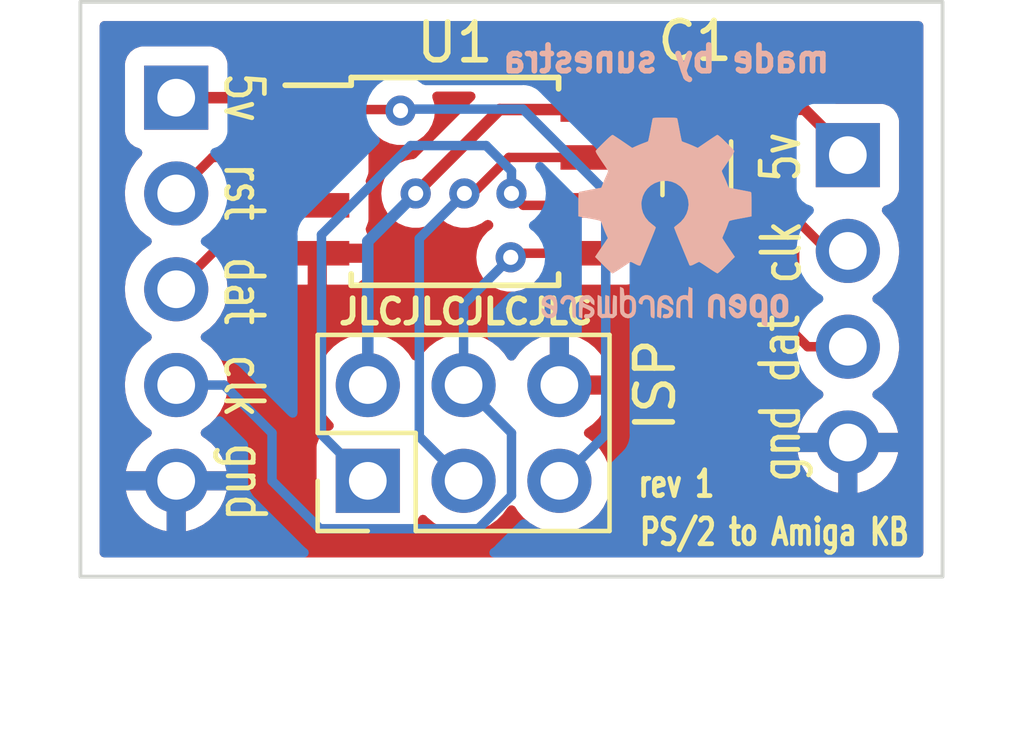
<source format=kicad_pcb>
(kicad_pcb (version 20211014) (generator pcbnew)
  (layers (0 "F.Cu" signal) (31 "B.Cu" signal) (34 "B.Paste" user) (35 "F.Paste" user) (36 "B.SilkS" user "B.Silkscreen") (37 "F.SilkS" user "F.Silkscreen") (38 "B.Mask" user) (39 "F.Mask" user) (44 "Edge.Cuts" user))
  (net 0 "")
  (net 1 "+5V")
  (net 2 "GND")
  (net 3 "AMIGA_CLK")
  (net 4 "AMIGA_DAT")
  (net 5 "AMIGA_RST")
  (net 6 "PS2_CLK")
  (net 7 "PS2_DAT")
  (net 8 "/ISP_RST")
  (footprint "Connector_PinHeader_2.54mm:PinHeader_2x03_P2.54mm_Vertical" (layer "F.Cu") (at 137.16 86.36 90)
    (fp_text reference "J3" hide)
    (fp_text value "Conn_02x03_Odd_Even")
    (fp_line (start -1.33 -1.33) (end 0 -1.33) (layer "F.SilkS") (width 0.12))
    (fp_line (start 3.87 -1.33) (end 3.87 6.41) (layer "F.SilkS") (width 0.12))
    (fp_line (start -1.33 1.27) (end 1.27 1.27) (layer "F.SilkS") (width 0.12))
    (fp_line (start -1.33 0) (end -1.33 -1.33) (layer "F.SilkS") (width 0.12))
    (fp_line (start -1.33 1.27) (end -1.33 6.41) (layer "F.SilkS") (width 0.12))
    (fp_line (start 1.27 -1.33) (end 3.87 -1.33) (layer "F.SilkS") (width 0.12))
    (fp_line (start 1.27 1.27) (end 1.27 -1.33) (layer "F.SilkS") (width 0.12))
    (fp_line (start -1.33 6.41) (end 3.87 6.41) (layer "F.SilkS") (width 0.12))
    (pad "1" thru_hole rect (at 0 0 90) (size 1.7 1.7) (drill 1) (layers *.Cu *.Mask) (net 7 "PS2_DAT"))
    (pad "2" thru_hole oval (at 2.54 0 90) (size 1.7 1.7) (drill 1) (layers *.Cu *.Mask) (net 1 "+5V"))
    (pad "3" thru_hole oval (at 0 2.54 90) (size 1.7 1.7) (drill 1) (layers *.Cu *.Mask) (net 6 "PS2_CLK"))
    (pad "4" thru_hole oval (at 2.54 2.54 90) (size 1.7 1.7) (drill 1) (layers *.Cu *.Mask) (net 3 "AMIGA_CLK"))
    (pad "5" thru_hole oval (at 0 5.08 90) (size 1.7 1.7) (drill 1) (layers *.Cu *.Mask) (net 8 "/ISP_RST"))
    (pad "6" thru_hole oval (at 2.54 5.08 90) (size 1.7 1.7) (drill 1) (layers *.Cu *.Mask) (net 2 "GND"))
  )
  (footprint "Connector_PinHeader_2.54mm:PinHeader_1x04_P2.54mm_Vertical" (layer "F.Cu") (at 149.889023 77.723293)
    (fp_text reference "J2" hide)
    (fp_text value "Conn_01x04")
    (pad "1" thru_hole rect (at 0 0) (size 1.7 1.7) (drill 1) (layers *.Cu *.Mask) (net 1 "+5V"))
    (pad "2" thru_hole oval (at 0 2.54) (size 1.7 1.7) (drill 1) (layers *.Cu *.Mask) (net 6 "PS2_CLK"))
    (pad "3" thru_hole oval (at 0 5.08) (size 1.7 1.7) (drill 1) (layers *.Cu *.Mask) (net 7 "PS2_DAT"))
    (pad "4" thru_hole oval (at 0 7.62) (size 1.7 1.7) (drill 1) (layers *.Cu *.Mask) (net 2 "GND"))
  )
  (footprint "Capacitor_SMD:C_1206_3216Metric_Pad1.33x1.80mm_HandSolder" (layer "F.Cu") (at 145.883777 78.071575 -90)
    (fp_text reference "C1" (at -3.37265 0.044411 180) (layer "F.SilkS"))
    (fp_text value "100nF")
    (fp_line (start -0.711252 0.91) (end 0.711252 0.91) (layer "F.SilkS") (width 0.12))
    (fp_line (start -0.711252 -0.91) (end 0.711252 -0.91) (layer "F.SilkS") (width 0.12))
    (pad "1" smd roundrect (at -1.5625 0 270) (size 1.325 1.8) (layers "F.Cu" "F.Paste" "F.Mask") (roundrect_rratio 0.1886792453) (net 1 "+5V"))
    (pad "2" smd roundrect (at 1.5625 0 270) (size 1.325 1.8) (layers "F.Cu" "F.Paste" "F.Mask") (roundrect_rratio 0.1886792453) (net 2 "GND"))
  )
  (footprint "Connector_PinHeader_2.54mm:PinHeader_1x05_P2.54mm_Vertical" (layer "F.Cu") (at 132.08 76.2)
    (fp_text reference "J1" hide)
    (fp_text value "Conn_01x05")
    (pad "1" thru_hole rect (at 0 0) (size 1.7 1.7) (drill 1) (layers *.Cu *.Mask) (net 1 "+5V"))
    (pad "2" thru_hole oval (at 0 2.54) (size 1.7 1.7) (drill 1) (layers *.Cu *.Mask) (net 5 "AMIGA_RST"))
    (pad "3" thru_hole oval (at 0 5.08) (size 1.7 1.7) (drill 1) (layers *.Cu *.Mask) (net 4 "AMIGA_DAT"))
    (pad "4" thru_hole oval (at 0 7.62) (size 1.7 1.7) (drill 1) (layers *.Cu *.Mask) (net 3 "AMIGA_CLK"))
    (pad "5" thru_hole oval (at 0 10.16) (size 1.7 1.7) (drill 1) (layers *.Cu *.Mask) (net 2 "GND"))
  )
  (footprint "Package_SO:SOIC-8W_5.3x5.3mm_P1.27mm" (layer "F.Cu") (at 139.469578 78.419857)
    (fp_text reference "U1" (at 0 -3.68) (layer "F.SilkS"))
    (fp_text value "ATtiny85-20S")
    (fp_line (start -2.75 -2.755) (end 2.75 -2.755) (layer "F.SilkS") (width 0.15))
    (fp_line (start -2.75 2.755) (end 2.75 2.755) (layer "F.SilkS") (width 0.15))
    (fp_line (start -2.75 -2.55) (end -4.5 -2.55) (layer "F.SilkS") (width 0.15))
    (fp_line (start 2.75 2.755) (end 2.75 2.455) (layer "F.SilkS") (width 0.15))
    (fp_line (start -2.75 2.755) (end -2.75 2.455) (layer "F.SilkS") (width 0.15))
    (fp_line (start 2.75 -2.755) (end 2.75 -2.455) (layer "F.SilkS") (width 0.15))
    (fp_line (start -2.75 -2.755) (end -2.75 -2.55) (layer "F.SilkS") (width 0.15))
    (pad "1" smd rect (at -3.65 -1.905) (size 1.7 0.65) (layers "F.Cu" "F.Paste" "F.Mask") (net 8 "/ISP_RST"))
    (pad "2" smd rect (at -3.65 -0.635) (size 1.7 0.65) (layers "F.Cu" "F.Paste" "F.Mask") (net 5 "AMIGA_RST"))
    (pad "3" smd rect (at -3.65 0.635) (size 1.7 0.65) (layers "F.Cu" "F.Paste" "F.Mask") (net 4 "AMIGA_DAT"))
    (pad "4" smd rect (at -3.65 1.905) (size 1.7 0.65) (layers "F.Cu" "F.Paste" "F.Mask") (net 2 "GND"))
    (pad "5" smd rect (at 3.65 1.905) (size 1.7 0.65) (layers "F.Cu" "F.Paste" "F.Mask") (net 3 "AMIGA_CLK"))
    (pad "6" smd rect (at 3.65 0.635) (size 1.7 0.65) (layers "F.Cu" "F.Paste" "F.Mask") (net 7 "PS2_DAT"))
    (pad "7" smd rect (at 3.65 -0.635) (size 1.7 0.65) (layers "F.Cu" "F.Paste" "F.Mask") (net 6 "PS2_CLK"))
    (pad "8" smd rect (at 3.65 -1.905) (size 1.7 0.65) (layers "F.Cu" "F.Paste" "F.Mask") (net 1 "+5V"))
  )
  (footprint "Symbol:OSHW-Logo2_7.3x6mm_SilkScreen" (layer "B.Cu") (at 145.039911 79.491676 180)
    (fp_text reference "REF**" hide)
    (fp_text value "OSHW-Logo2_7.3x6mm_SilkScreen" hide)
    (fp_poly (pts (xy -1.831697 -1.931239) (xy -1.774473 -1.969735) (xy -1.730251 -2.025335) (xy -1.703833 -2.096086) (xy -1.69849 -2.148162) (xy -1.699097 -2.169893) (xy -1.704178 -2.186531) (xy -1.718145 -2.201437) (xy -1.745411 -2.217973) (xy -1.790388 -2.239498) (xy -1.857489 -2.269374) (xy -1.857829 -2.269524) (xy -1.919593 -2.297813) (xy -1.970241 -2.322933) (xy -2.004596 -2.342179) (xy -2.017482 -2.352848) (xy -2.017486 -2.352934) (xy -2.006128 -2.376166) (xy -1.979569 -2.401774) (xy -1.949077 -2.420221) (xy -1.93363 -2.423886) (xy -1.891485 -2.411212) (xy -1.855192 -2.379471) (xy -1.837483 -2.344572) (xy -1.820448 -2.318845) (xy -1.787078 -2.289546) (xy -1.747851 -2.264235) (xy -1.713244 -2.250471) (xy -1.706007 -2.249714) (xy -1.697861 -2.26216) (xy -1.69737 -2.293972) (xy -1.703357 -2.336866) (xy -1.714643 -2.382558) (xy -1.73005 -2.422761) (xy -1.730829 -2.424322) (xy -1.777196 -2.489062) (xy -1.837289 -2.533097) (xy -1.905535 -2.554711) (xy -1.976362 -2.552185) (xy -2.044196 -2.523804) (xy -2.047212 -2.521808) (xy -2.100573 -2.473448) (xy -2.13566 -2.410352) (xy -2.155078 -2.327387) (xy -2.157684 -2.304078) (xy -2.162299 -2.194055) (xy -2.156767 -2.142748) (xy -2.017486 -2.142748) (xy -2.015676 -2.174753) (xy -2.005778 -2.184093) (xy -1.981102 -2.177105) (xy -1.942205 -2.160587) (xy -1.898725 -2.139881) (xy -1.897644 -2.139333) (xy -1.860791 -2.119949) (xy -1.846 -2.107013) (xy -1.849647 -2.093451) (xy -1.865005 -2.075632) (xy -1.904077 -2.049845) (xy -1.946154 -2.04795) (xy -1.983897 -2.066717) (xy -2.009966 -2.102915) (xy -2.017486 -2.142748) (xy -2.156767 -2.142748) (xy -2.152806 -2.106027) (xy -2.12845 -2.036212) (xy -2.094544 -1.987302) (xy -2.033347 -1.937878) (xy -1.965937 -1.913359) (xy -1.89712 -1.911797) (xy -1.831697 -1.931239)) (layer "B.SilkS") (width 0.01) (fill solid))
    (fp_poly (pts (xy 2.6526 -1.958752) (xy 2.669948 -1.966334) (xy 2.711356 -1.999128) (xy 2.746765 -2.046547) (xy 2.768664 -2.097151) (xy 2.772229 -2.122098) (xy 2.760279 -2.156927) (xy 2.734067 -2.175357) (xy 2.705964 -2.186516) (xy 2.693095 -2.188572) (xy 2.686829 -2.173649) (xy 2.674456 -2.141175) (xy 2.669028 -2.126502) (xy 2.63859 -2.075744) (xy 2.59452 -2.050427) (xy 2.53801 -2.051206) (xy 2.533825 -2.052203) (xy 2.503655 -2.066507) (xy 2.481476 -2.094393) (xy 2.466327 -2.139287) (xy 2.45725 -2.204615) (xy 2.453286 -2.293804) (xy 2.452914 -2.341261) (xy 2.45273 -2.416071) (xy 2.451522 -2.467069) (xy 2.448309 -2.499471) (xy 2.442109 -2.518495) (xy 2.43194 -2.529356) (xy 2.416819 -2.537272) (xy 2.415946 -2.53767) (xy 2.386828 -2.549981) (xy 2.372403 -2.554514) (xy 2.370186 -2.540809) (xy 2.368289 -2.502925) (xy 2.366847 -2.445715) (xy 2.365998 -2.374027) (xy 2.365829 -2.321565) (xy 2.366692 -2.220047) (xy 2.37007 -2.143032) (xy 2.377142 -2.086023) (xy 2.389088 -2.044526) (xy 2.40709 -2.014043) (xy 2.432327 -1.99008) (xy 2.457247 -1.973355) (xy 2.517171 -1.951097) (xy 2.586911 -1.946076) (xy 2.6526 -1.958752)) (layer "B.SilkS") (width 0.01) (fill solid))
    (fp_poly (pts (xy -1.283907 -1.92778) (xy -1.237328 -1.954723) (xy -1.204943 -1.981466) (xy -1.181258 -2.009484) (xy -1.164941 -2.043748) (xy -1.154661 -2.089227) (xy -1.149086 -2.150892) (xy -1.146884 -2.233711) (xy -1.146629 -2.293246) (xy -1.146629 -2.512391) (xy -1.208314 -2.540044) (xy -1.27 -2.567697) (xy -1.277257 -2.32767) (xy -1.280256 -2.238028) (xy -1.283402 -2.172962) (xy -1.287299 -2.128026) (xy -1.292553 -2.09877) (xy -1.299769 -2.080748) (xy -1.30955 -2.069511) (xy -1.312688 -2.067079) (xy -1.360239 -2.048083) (xy -1.408303 -2.0556) (xy -1.436914 -2.075543) (xy -1.448553 -2.089675) (xy -1.456609 -2.10822) (xy -1.461729 -2.136334) (xy -1.464559 -2.179173) (xy -1.465744 -2.241895) (xy -1.465943 -2.307261) (xy -1.465982 -2.389268) (xy -1.467386 -2.447316) (xy -1.472086 -2.486465) (xy -1.482013 -2.51178) (xy -1.499097 -2.528323) (xy -1.525268 -2.541156) (xy -1.560225 -2.554491) (xy -1.598404 -2.569007) (xy -1.593859 -2.311389) (xy -1.592029 -2.218519) (xy -1.589888 -2.149889) (xy -1.586819 -2.100711) (xy -1.582206 -2.066198) (xy -1.575432 -2.041562) (xy -1.565881 -2.022016) (xy -1.554366 -2.00477) (xy -1.49881 -1.94968) (xy -1.43102 -1.917822) (xy -1.357287 -1.910191) (xy -1.283907 -1.92778)) (layer "B.SilkS") (width 0.01) (fill solid))
    (fp_poly (pts (xy -2.958885 -1.921962) (xy -2.890855 -1.957733) (xy -2.840649 -2.015301) (xy -2.822815 -2.052312) (xy -2.808937 -2.107882) (xy -2.801833 -2.178096) (xy -2.80116 -2.254727) (xy -2.806573 -2.329552) (xy -2.81773 -2.394342) (xy -2.834286 -2.440873) (xy -2.839374 -2.448887) (xy -2.899645 -2.508707) (xy -2.971231 -2.544535) (xy -3.048908 -2.55502) (xy -3.127452 -2.53881) (xy -3.149311 -2.529092) (xy -3.191878 -2.499143) (xy -3.229237 -2.459433) (xy -3.232768 -2.454397) (xy -3.247119 -2.430124) (xy -3.256606 -2.404178) (xy -3.26221 -2.370022) (xy -3.264914 -2.321119) (xy -3.265701 -2.250935) (xy -3.265714 -2.2352) (xy -3.265678 -2.230192) (xy -3.120571 -2.230192) (xy -3.119727 -2.29643) (xy -3.116404 -2.340386) (xy -3.109417 -2.368779) (xy -3.097584 -2.388325) (xy -3.091543 -2.394857) (xy -3.056814 -2.41968) (xy -3.023097 -2.418548) (xy -2.989005 -2.397016) (xy -2.968671 -2.374029) (xy -2.956629 -2.340478) (xy -2.949866 -2.287569) (xy -2.949402 -2.281399) (xy -2.948248 -2.185513) (xy -2.960312 -2.114299) (xy -2.98543 -2.068194) (xy -3.02344 -2.047635) (xy -3.037008 -2.046514) (xy -3.072636 -2.052152) (xy -3.097006 -2.071686) (xy -3.111907 -2.109042) (xy -3.119125 -2.16815) (xy -3.120571 -2.230192) (xy -3.265678 -2.230192) (xy -3.265174 -2.160413) (xy -3.262904 -2.108159) (xy -3.257932 -2.071949) (xy -3.249287 -2.045299) (xy -3.235995 -2.021722) (xy -3.233057 -2.017338) (xy -3.183687 -1.958249) (xy -3.129891 -1.923947) (xy -3.064398 -1.910331) (xy -3.042158 -1.909665) (xy -2.958885 -1.921962)) (layer "B.SilkS") (width 0.01) (fill solid))
    (fp_poly (pts (xy -2.400256 -1.919918) (xy -2.344799 -1.947568) (xy -2.295852 -1.99848) (xy -2.282371 -2.017338) (xy -2.267686 -2.042015) (xy -2.258158 -2.068816) (xy -2.252707 -2.104587) (xy -2.250253 -2.156169) (xy -2.249714 -2.224267) (xy -2.252148 -2.317588) (xy -2.260606 -2.387657) (xy -2.276826 -2.439931) (xy -2.302546 -2.479869) (xy -2.339503 -2.512929) (xy -2.342218 -2.514886) (xy -2.37864 -2.534908) (xy -2.422498 -2.544815) (xy -2.478276 -2.547257) (xy -2.568952 -2.547257) (xy -2.56899 -2.635283) (xy -2.569834 -2.684308) (xy -2.574976 -2.713065) (xy -2.588413 -2.730311) (xy -2.614142 -2.744808) (xy -2.620321 -2.747769) (xy -2.649236 -2.761648) (xy -2.671624 -2.770414) (xy -2.688271 -2.771171) (xy -2.699964 -2.761023) (xy -2.70749 -2.737073) (xy -2.711634 -2.696426) (xy -2.713185 -2.636186) (xy -2.712929 -2.553455) (xy -2.711651 -2.445339) (xy -2.711252 -2.413) (xy -2.709815 -2.301524) (xy -2.708528 -2.228603) (xy -2.569029 -2.228603) (xy -2.568245 -2.290499) (xy -2.56476 -2.330997) (xy -2.556876 -2.357708) (xy -2.542895 -2.378244) (xy -2.533403 -2.38826) (xy -2.494596 -2.417567) (xy -2.460237 -2.419952) (xy -2.424784 -2.39575) (xy -2.423886 -2.394857) (xy -2.409461 -2.376153) (xy -2.400687 -2.350732) (xy -2.396261 -2.311584) (xy -2.394882 -2.251697) (xy -2.394857 -2.23843) (xy -2.398188 -2.155901) (xy -2.409031 -2.098691) (xy -2.42866 -2.063766) (xy -2.45835 -2.048094) (xy -2.475509 -2.046514) (xy -2.516234 -2.053926) (xy -2.544168 -2.07833) (xy -2.560983 -2.12298) (xy -2.56835 -2.19113) (xy -2.569029 -2.228603) (xy -2.708528 -2.228603) (xy -2.708292 -2.215245) (xy -2.706323 -2.150333) (xy -2.70355 -2.102958) (xy -2.699612 -2.06929) (xy -2.694151 -2.045498) (xy -2.686808 -2.027753) (xy -2.677223 -2.012224) (xy -2.673113 -2.006381) (xy -2.618595 -1.951185) (xy -2.549664 -1.91989) (xy -2.469928 -1.911165) (xy -2.400256 -1.919918)) (layer "B.SilkS") (width 0.01) (fill solid))
    (fp_poly (pts (xy 3.153595 -1.966966) (xy 3.211021 -2.004497) (xy 3.238719 -2.038096) (xy 3.260662 -2.099064) (xy 3.262405 -2.147308) (xy 3.258457 -2.211816) (xy 3.109686 -2.276934) (xy 3.037349 -2.310202) (xy 2.990084 -2.336964) (xy 2.965507 -2.360144) (xy 2.961237 -2.382667) (xy 2.974889 -2.407455) (xy 2.989943 -2.423886) (xy 3.033746 -2.450235) (xy 3.081389 -2.452081) (xy 3.125145 -2.431546) (xy 3.157289 -2.390752) (xy 3.163038 -2.376347) (xy 3.190576 -2.331356) (xy 3.222258 -2.312182) (xy 3.265714 -2.295779) (xy 3.265714 -2.357966) (xy 3.261872 -2.400283) (xy 3.246823 -2.435969) (xy 3.21528 -2.476943) (xy 3.210592 -2.482267) (xy 3.175506 -2.51872) (xy 3.145347 -2.538283) (xy 3.107615 -2.547283) (xy 3.076335 -2.55023) (xy 3.020385 -2.550965) (xy 2.980555 -2.54166) (xy 2.955708 -2.527846) (xy 2.916656 -2.497467) (xy 2.889625 -2.464613) (xy 2.872517 -2.423294) (xy 2.863238 -2.367521) (xy 2.859693 -2.291305) (xy 2.85941 -2.252622) (xy 2.860372 -2.206247) (xy 2.948007 -2.206247) (xy 2.949023 -2.231126) (xy 2.951556 -2.2352) (xy 2.968274 -2.229665) (xy 3.004249 -2.215017) (xy 3.052331 -2.19419) (xy 3.062386 -2.189714) (xy 3.123152 -2.158814) (xy 3.156632 -2.131657) (xy 3.16399 -2.10622) (xy 3.146391 -2.080481) (xy 3.131856 -2.069109) (xy 3.07941 -2.046364) (xy 3.030322 -2.050122) (xy 2.989227 -2.077884) (xy 2.960758 -2.127152) (xy 2.951631 -2.166257) (xy 2.948007 -2.206247) (xy 2.860372 -2.206247) (xy 2.861285 -2.162249) (xy 2.868196 -2.095384) (xy 2.881884 -2.046695) (xy 2.904096 -2.010849) (xy 2.936574 -1.982513) (xy 2.950733 -1.973355) (xy 3.015053 -1.949507) (xy 3.085473 -1.948006) (xy 3.153595 -1.966966)) (layer "B.SilkS") (width 0.01) (fill solid))
    (fp_poly (pts (xy 2.144876 -1.956335) (xy 2.186667 -1.975344) (xy 2.219469 -1.998378) (xy 2.243503 -2.024133) (xy 2.260097 -2.057358) (xy 2.270577 -2.1028) (xy 2.276271 -2.165207) (xy 2.278507 -2.249327) (xy 2.278743 -2.304721) (xy 2.278743 -2.520826) (xy 2.241774 -2.53767) (xy 2.212656 -2.549981) (xy 2.198231 -2.554514) (xy 2.195472 -2.541025) (xy 2.193282 -2.504653) (xy 2.191942 -2.451542) (xy 2.191657 -2.409372) (xy 2.190434 -2.348447) (xy 2.187136 -2.300115) (xy 2.182321 -2.270518) (xy 2.178496 -2.264229) (xy 2.152783 -2.270652) (xy 2.112418 -2.287125) (xy 2.065679 -2.309458) (xy 2.020845 -2.333457) (xy 1.986193 -2.35493) (xy 1.970002 -2.369685) (xy 1.969938 -2.369845) (xy 1.97133 -2.397152) (xy 1.983818 -2.423219) (xy 2.005743 -2.444392) (xy 2.037743 -2.451474) (xy 2.065092 -2.450649) (xy 2.103826 -2.450042) (xy 2.124158 -2.459116) (xy 2.136369 -2.483092) (xy 2.137909 -2.487613) (xy 2.143203 -2.521806) (xy 2.129047 -2.542568) (xy 2.092148 -2.552462) (xy 2.052289 -2.554292) (xy 1.980562 -2.540727) (xy 1.943432 -2.521355) (xy 1.897576 -2.475845) (xy 1.873256 -2.419983) (xy 1.871073 -2.360957) (xy 1.891629 -2.305953) (xy 1.922549 -2.271486) (xy 1.95342 -2.252189) (xy 2.001942 -2.227759) (xy 2.058485 -2.202985) (xy 2.06791 -2.199199) (xy 2.130019 -2.171791) (xy 2.165822 -2.147634) (xy 2.177337 -2.123619) (xy 2.16658 -2.096635) (xy 2.148114 -2.075543) (xy 2.104469 -2.049572) (xy 2.056446 -2.047624) (xy 2.012406 -2.067637) (xy 1.980709 -2.107551) (xy 1.976549 -2.117848) (xy 1.952327 -2.155724) (xy 1.916965 -2.183842) (xy 1.872343 -2.206917) (xy 1.872343 -2.141485) (xy 1.874969 -2.101506) (xy 1.88623 -2.069997) (xy 1.911199 -2.036378) (xy 1.935169 -2.010484) (xy 1.972441 -1.973817) (xy 2.001401 -1.954121) (xy 2.032505 -1.94622) (xy 2.067713 -1.944914) (xy 2.144876 -1.956335)) (layer "B.SilkS") (width 0.01) (fill solid))
    (fp_poly (pts (xy 0.10391 2.757652) (xy 0.182454 2.757222) (xy 0.239298 2.756058) (xy 0.278105 2.753793) (xy 0.302538 2.75006) (xy 0.316262 2.744494) (xy 0.32294 2.736727) (xy 0.326236 2.726395) (xy 0.326556 2.725057) (xy 0.331562 2.700921) (xy 0.340829 2.653299) (xy 0.353392 2.587259) (xy 0.368287 2.507872) (xy 0.384551 2.420204) (xy 0.385119 2.417125) (xy 0.40141 2.331211) (xy 0.416652 2.255304) (xy 0.429861 2.193955) (xy 0.440054 2.151718) (xy 0.446248 2.133145) (xy 0.446543 2.132816) (xy 0.464788 2.123747) (xy 0.502405 2.108633) (xy 0.551271 2.090738) (xy 0.551543 2.090642) (xy 0.613093 2.067507) (xy 0.685657 2.038035) (xy 0.754057 2.008403) (xy 0.757294 2.006938) (xy 0.868702 1.956374) (xy 1.115399 2.12484) (xy 1.191077 2.176197) (xy 1.259631 2.222111) (xy 1.317088 2.25997) (xy 1.359476 2.287163) (xy 1.382825 2.301079) (xy 1.385042 2.302111) (xy 1.40201 2.297516) (xy 1.433701 2.275345) (xy 1.481352 2.234553) (xy 1.546198 2.174095) (xy 1.612397 2.109773) (xy 1.676214 2.046388) (xy 1.733329 1.988549) (xy 1.780305 1.939825) (xy 1.813703 1.90379) (xy 1.830085 1.884016) (xy 1.830694 1.882998) (xy 1.832505 1.869428) (xy 1.825683 1.847267) (xy 1.80854 1.813522) (xy 1.779393 1.7652) (xy 1.736555 1.699308) (xy 1.679448 1.614483) (xy 1.628766 1.539823) (xy 1.583461 1.47286) (xy 1.54615 1.417484) (xy 1.519452 1.37758) (xy 1.505985 1.357038) (xy 1.505137 1.355644) (xy 1.506781 1.335962) (xy 1.519245 1.297707) (xy 1.540048 1.248111) (xy 1.547462 1.232272) (xy 1.579814 1.16171) (xy 1.614328 1.081647) (xy 1.642365 1.012371) (xy 1.662568 0.960955) (xy 1.678615 0.921881) (xy 1.687888 0.901459) (xy 1.689041 0.899886) (xy 1.706096 0.897279) (xy 1.746298 0.890137) (xy 1.804302 0.879477) (xy 1.874763 0.866315) (xy 1.952335 0.851667) (xy 2.031672 0.836551) (xy 2.107431 0.821982) (xy 2.174264 0.808978) (xy 2.226828 0.798555) (xy 2.259776 0.79173) (xy 2.267857 0.789801) (xy 2.276205 0.785038) (xy 2.282506 0.774282) (xy 2.287045 0.753902) (xy 2.290104 0.720266) (xy 2.291967 0.669745) (xy 2.292918 0.598708) (xy 2.29324 0.503524) (xy 2.293257 0.464508) (xy 2.293257 0.147201) (xy 2.217057 0.132161) (xy 2.174663 0.124005) (xy 2.1114 0.112101) (xy 2.034962 0.097884) (xy 1.953043 0.08279) (xy 1.9304 0.078645) (xy 1.854806 0.063947) (xy 1.788953 0.049495) (xy 1.738366 0.036625) (xy 1.708574 0.026678) (xy 1.703612 0.023713) (xy 1.691426 0.002717) (xy 1.673953 -0.037967) (xy 1.654577 -0.090322) (xy 1.650734 -0.1016) (xy 1.625339 -0.171523) (xy 1.593817 -0.250418) (xy 1.562969 -0.321266) (xy 1.562817 -0.321595) (xy 1.511447 -0.432733) (xy 1.680399 -0.681253) (xy 1.849352 -0.929772) (xy 1.632429 -1.147058) (xy 1.566819 -1.211726) (xy 1.506979 -1.268733) (xy 1.456267 -1.315033) (xy 1.418046 -1.347584) (xy 1.395675 -1.363343) (xy 1.392466 -1.364343) (xy 1.373626 -1.356469) (xy 1.33518 -1.334578) (xy 1.28133 -1.301267) (xy 1.216276 -1.259131) (xy 1.14594 -1.211943) (xy 1.074555 -1.16381) (xy 1.010908 -1.121928) (xy 0.959041 -1.088871) (xy 0.922995 -1.067218) (xy 0.906867 -1.059543) (xy 0.887189 -1.066037) (xy 0.849875 -1.08315) (xy 0.802621 -1.107326) (xy 0.797612 -1.110013) (xy 0.733977 -1.141927) (xy 0.690341 -1.157579) (xy 0.663202 -1.157745) (xy 0.649057 -1.143204) (xy 0.648975 -1.143) (xy 0.641905 -1.125779) (xy 0.625042 -1.084899) (xy 0.599695 -1.023525) (xy 0.567171 -0.944819) (xy 0.528778 -0.851947) (xy 0.485822 -0.748072) (xy 0.444222 -0.647502) (xy 0.398504 -0.536516) (xy 0.356526 -0.433703) (xy 0.319548 -0.342215) (xy 0.288827 -0.265201) (xy 0.265622 -0.205815) (xy 0.25119 -0.167209) (xy 0.246743 -0.1528) (xy 0.257896 -0.136272) (xy 0.287069 -0.10993) (xy 0.325971 -0.080887) (xy 0.436757 0.010961) (xy 0.523351 0.116241) (xy 0.584716 0.232734) (xy 0.619815 0.358224) (xy 0.627608 0.490493) (xy 0.621943 0.551543) (xy 0.591078 0.678205) (xy 0.53792 0.790059) (xy 0.465767 0.885999) (xy 0.377917 0.964924) (xy 0.277665 1.02573) (xy 0.16831 1.067313) (xy 0.053147 1.088572) (xy -0.064525 1.088401) (xy -0.18141 1.065699) (xy -0.294211 1.019362) (xy -0.399631 0.948287) (xy -0.443632 0.908089) (xy -0.528021 0.804871) (xy -0.586778 0.692075) (xy -0.620296 0.57299) (xy -0.628965 0.450905) (xy -0.613177 0.329107) (xy -0.573322 0.210884) (xy -0.509793 0.099525) (xy -0.422979 -0.001684) (xy -0.325971 -0.080887) (xy -0.285563 -0.111162) (xy -0.257018 -0.137219) (xy -0.246743 -0.152825) (xy -0.252123 -0.169843) (xy -0.267425 -0.2105) (xy -0.291388 -0.271642) (xy -0.322756 -0.350119) (xy -0.360268 -0.44278) (xy -0.402667 -0.546472) (xy -0.444337 -0.647526) (xy -0.49031 -0.758607) (xy -0.532893 -0.861541) (xy -0.570779 -0.953165) (xy -0.60266 -1.030316) (xy -0.627229 -1.089831) (xy -0.64318 -1.128544) (xy -0.64909 -1.143) (xy -0.663052 -1.157685) (xy -0.69006 -1.157642) (xy -0.733587 -1.142099) (xy -0.79711 -1.110284) (xy -0.797612 -1.110013) (xy -0.84544 -1.085323) (xy -0.884103 -1.067338) (xy -0.905905 -1.059614) (xy -0.906867 -1.059543) (xy -0.923279 -1.067378) (xy -0.959513 -1.089165) (xy -1.011526 -1.122328) (xy -1.075275 -1.164291) (xy -1.14594 -1.211943) (xy -1.217884 -1.260191) (xy -1.282726 -1.302151) (xy -1.336265 -1.335227) (xy -1.374303 -1.356821) (xy -1.392467 -1.364343) (xy -1.409192 -1.354457) (xy -1.44282 -1.326826) (xy -1.48999 -1.284495) (xy -1.547342 -1.230505) (xy -1.611516 -1.167899) (xy -1.632503 -1.146983) (xy -1.849501 -0.929623) (xy -1.684332 -0.68722) (xy -1.634136 -0.612781) (xy -1.590081 -0.545972) (xy -1.554638 -0.490665) (xy -1.530281 -0.450729) (xy -1.519478 -0.430036) (xy -1.519162 -0.428563) (xy -1.524857 -0.409058) (xy -1.540174 -0.369822) (xy -1.562463 -0.31743) (xy -1.578107 -0.282355) (xy -1.607359 -0.215201) (xy -1.634906 -0.147358) (xy -1.656263 -0.090034) (xy -1.662065 -0.072572) (xy -1.678548 -0.025938) (xy -1.69466 0.010095) (xy -1.70351 0.023713) (xy -1.72304 0.032048) (xy -1.765666 0.043863) (xy -1.825855 0.057819) (xy -1.898078 0.072578) (xy -1.9304 0.078645) (xy -2.012478 0.093727) (xy -2.091205 0.108331) (xy -2.158891 0.12102) (xy -2.20784 0.130358) (xy -2.217057 0.132161) (xy -2.293257 0.147201) (xy -2.293257 0.464508) (xy -2.293086 0.568846) (xy -2.292384 0.647787) (xy -2.290866 0.704962) (xy -2.288251 0.744001) (xy -2.284254 0.768535) (xy -2.278591 0.782195) (xy -2.27098 0.788611) (xy -2.267857 0.789801) (xy -2.249022 0.79402) (xy -2.207412 0.802438) (xy -2.14837 0.814039) (xy -2.077243 0.827805) (xy -1.999375 0.84272) (xy -1.920113 0.857768) (xy -1.844802 0.871931) (xy -1.778787 0.884194) (xy -1.727413 0.893539) (xy -1.696025 0.89895) (xy -1.689041 0.899886) (xy -1.682715 0.912404) (xy -1.66871 0.945754) (xy -1.649645 0.993623) (xy -1.642366 1.012371) (xy -1.613004 1.084805) (xy -1.578429 1.16483) (xy -1.547463 1.232272) (xy -1.524677 1.283841) (xy -1.509518 1.326215) (xy -1.504458 1.352166) (xy -1.505264 1.355644) (xy -1.515959 1.372064) (xy -1.54038 1.408583) (xy -1.575905 1.461313) (xy -1.619913 1.526365) (xy -1.669783 1.599849) (xy -1.679644 1.614355) (xy -1.737508 1.700296) (xy -1.780044 1.765739) (xy -1.808946 1.813696) (xy -1.82591 1.84718) (xy -1.832633 1.869205) (xy -1.83081 1.882783) (xy -1.830764 1.882869) (xy -1.816414 1.900703) (xy -1.784677 1.935183) (xy -1.73899 1.982732) (xy -1.682796 2.039778) (xy -1.619532 2.102745) (xy -1.612398 2.109773) (xy -1.53267 2.18698) (xy -1.471143 2.24367) (xy -1.426579 2.28089) (xy -1.397743 2.299685) (xy -1.385042 2.302111) (xy -1.366506 2.291529) (xy -1.328039 2.267084) (xy -1.273614 2.231388) (xy -1.207202 2.187053) (xy -1.132775 2.136689) (xy -1.115399 2.12484) (xy -0.868703 1.956374) (xy -0.757294 2.006938) (xy -0.689543 2.036405) (xy -0.616817 2.066041) (xy -0.554297 2.08967) (xy -0.551543 2.090642) (xy -0.50264 2.108543) (xy -0.464943 2.12368) (xy -0.446575 2.13279) (xy -0.446544 2.132816) (xy -0.440715 2.149283) (xy -0.430808 2.189781) (xy -0.417805 2.249758) (xy -0.402691 2.32466) (xy -0.386448 2.409936) (xy -0.385119 2.417125) (xy -0.368825 2.504986) (xy -0.353867 2.58474) (xy -0.341209 2.651319) (xy -0.331814 2.699653) (xy -0.326646 2.724675) (xy -0.326556 2.725057) (xy -0.323411 2.735701) (xy -0.317296 2.743738) (xy -0.304547 2.749533) (xy -0.2815 2.753453) (xy -0.244491 2.755865) (xy -0.189856 2.757135) (xy -0.113933 2.757629) (xy -0.013056 2.757714) (xy 0 2.757714) (xy 0.10391 2.757652)) (layer "B.SilkS") (width 0.01) (fill solid))
    (fp_poly (pts (xy -0.624114 -1.851289) (xy -0.619861 -1.910613) (xy -0.614975 -1.945572) (xy -0.608205 -1.96082) (xy -0.598298 -1.961015) (xy -0.595086 -1.959195) (xy -0.552356 -1.946015) (xy -0.496773 -1.946785) (xy -0.440263 -1.960333) (xy -0.404918 -1.977861) (xy -0.368679 -2.005861) (xy -0.342187 -2.037549) (xy -0.324001 -2.077813) (xy -0.312678 -2.131543) (xy -0.306778 -2.203626) (xy -0.304857 -2.298951) (xy -0.304823 -2.317237) (xy -0.3048 -2.522646) (xy -0.350509 -2.53858) (xy -0.382973 -2.54942) (xy -0.400785 -2.554468) (xy -0.401309 -2.554514) (xy -0.403063 -2.540828) (xy -0.404556 -2.503076) (xy -0.405674 -2.446224) (xy -0.406303 -2.375234) (xy -0.4064 -2.332073) (xy -0.406602 -2.246973) (xy -0.407642 -2.185981) (xy -0.410169 -2.144177) (xy -0.414836 -2.116642) (xy -0.422293 -2.098456) (xy -0.433189 -2.084698) (xy -0.439993 -2.078073) (xy -0.486728 -2.051375) (xy -0.537728 -2.049375) (xy -0.583999 -2.071955) (xy -0.592556 -2.080107) (xy -0.605107 -2.095436) (xy -0.613812 -2.113618) (xy -0.619369 -2.139909) (xy -0.622474 -2.179562) (xy -0.623824 -2.237832) (xy -0.624114 -2.318173) (xy -0.624114 -2.522646) (xy -0.669823 -2.53858) (xy -0.702287 -2.54942) (xy -0.720099 -2.554468) (xy -0.720623 -2.554514) (xy -0.721963 -2.540623) (xy -0.723172 -2.501439) (xy -0.724199 -2.4407) (xy -0.724998 -2.362141) (xy -0.725519 -2.269498) (xy -0.725714 -2.166509) (xy -0.725714 -1.769342) (xy -0.678543 -1.749444) (xy -0.631371 -1.729547) (xy -0.624114 -1.851289)) (layer "B.SilkS") (width 0.01) (fill solid))
    (fp_poly (pts (xy 1.779833 -1.958663) (xy 1.782048 -1.99685) (xy 1.783784 -2.054886) (xy 1.784899 -2.12818) (xy 1.785257 -2.205055) (xy 1.785257 -2.465196) (xy 1.739326 -2.511127) (xy 1.707675 -2.539429) (xy 1.67989 -2.550893) (xy 1.641915 -2.550168) (xy 1.62684 -2.548321) (xy 1.579726 -2.542948) (xy 1.540756 -2.539869) (xy 1.531257 -2.539585) (xy 1.499233 -2.541445) (xy 1.453432 -2.546114) (xy 1.435674 -2.548321) (xy 1.392057 -2.551735) (xy 1.362745 -2.54432) (xy 1.33368 -2.521427) (xy 1.323188 -2.511127) (xy 1.277257 -2.465196) (xy 1.277257 -1.978602) (xy 1.314226 -1.961758) (xy 1.346059 -1.949282) (xy 1.364683 -1.944914) (xy 1.369458 -1.958718) (xy 1.373921 -1.997286) (xy 1.377775 -2.056356) (xy 1.380722 -2.131663) (xy 1.382143 -2.195286) (xy 1.386114 -2.445657) (xy 1.420759 -2.450556) (xy 1.452268 -2.447131) (xy 1.467708 -2.436041) (xy 1.472023 -2.415308) (xy 1.475708 -2.371145) (xy 1.478469 -2.309146) (xy 1.480012 -2.234909) (xy 1.480235 -2.196706) (xy 1.480457 -1.976783) (xy 1.526166 -1.960849) (xy 1.558518 -1.950015) (xy 1.576115 -1.944962) (xy 1.576623 -1.944914) (xy 1.578388 -1.958648) (xy 1.580329 -1.99673) (xy 1.582282 -2.054482) (xy 1.584084 -2.127227) (xy 1.585343 -2.195286) (xy 1.589314 -2.445657) (xy 1.6764 -2.445657) (xy 1.680396 -2.21724) (xy 1.684392 -1.988822) (xy 1.726847 -1.966868) (xy 1.758192 -1.951793) (xy 1.776744 -1.944951) (xy 1.777279 -1.944914) (xy 1.779833 -1.958663)) (layer "B.SilkS") (width 0.01) (fill solid))
    (fp_poly (pts (xy 0.529926 -1.949755) (xy 0.595858 -1.974084) (xy 0.649273 -2.017117) (xy 0.670164 -2.047409) (xy 0.692939 -2.102994) (xy 0.692466 -2.143186) (xy 0.668562 -2.170217) (xy 0.659717 -2.174813) (xy 0.62153 -2.189144) (xy 0.602028 -2.185472) (xy 0.595422 -2.161407) (xy 0.595086 -2.148114) (xy 0.582992 -2.09921) (xy 0.551471 -2.064999) (xy 0.507659 -2.048476) (xy 0.458695 -2.052634) (xy 0.418894 -2.074227) (xy 0.40545 -2.086544) (xy 0.395921 -2.101487) (xy 0.389485 -2.124075) (xy 0.385317 -2.159328) (xy 0.382597 -2.212266) (xy 0.380502 -2.287907) (xy 0.37996 -2.311857) (xy 0.377981 -2.39379) (xy 0.375731 -2.451455) (xy 0.372357 -2.489608) (xy 0.367006 -2.513004) (xy 0.358824 -2.526398) (xy 0.346959 -2.534545) (xy 0.339362 -2.538144) (xy 0.307102 -2.550452) (xy 0.288111 -2.554514) (xy 0.281836 -2.540948) (xy 0.278006 -2.499934) (xy 0.2766 -2.430999) (xy 0.277598 -2.333669) (xy 0.277908 -2.318657) (xy 0.280101 -2.229859) (xy 0.282693 -2.165019) (xy 0.286382 -2.119067) (xy 0.291864 -2.086935) (xy 0.299835 -2.063553) (xy 0.310993 -2.043852) (xy 0.31683 -2.03541) (xy 0.350296 -1.998057) (xy 0.387727 -1.969003) (xy 0.392309 -1.966467) (xy 0.459426 -1.946443) (xy 0.529926 -1.949755)) (layer "B.SilkS") (width 0.01) (fill solid))
    (fp_poly (pts (xy 1.190117 -2.065358) (xy 1.189933 -2.173837) (xy 1.189219 -2.257287) (xy 1.187675 -2.319704) (xy 1.185001 -2.365085) (xy 1.180894 -2.397429) (xy 1.175055 -2.420733) (xy 1.167182 -2.438995) (xy 1.161221 -2.449418) (xy 1.111855 -2.505945) (xy 1.049264 -2.541377) (xy 0.980013 -2.55409) (xy 0.910668 -2.542463) (xy 0.869375 -2.521568) (xy 0.826025 -2.485422) (xy 0.796481 -2.441276) (xy 0.778655 -2.383462) (xy 0.770463 -2.306313) (xy 0.769302 -2.249714) (xy 0.769458 -2.245647) (xy 0.870857 -2.245647) (xy 0.871476 -2.31055) (xy 0.874314 -2.353514) (xy 0.88084 -2.381622) (xy 0.892523 -2.401953) (xy 0.906483 -2.417288) (xy 0.953365 -2.44689) (xy 1.003701 -2.449419) (xy 1.051276 -2.424705) (xy 1.054979 -2.421356) (xy 1.070783 -2.403935) (xy 1.080693 -2.383209) (xy 1.086058 -2.352362) (xy 1.088228 -2.304577) (xy 1.088571 -2.251748) (xy 1.087827 -2.185381) (xy 1.084748 -2.141106) (xy 1.078061 -2.112009) (xy 1.066496 -2.091173) (xy 1.057013 -2.080107) (xy 1.01296 -2.052198) (xy 0.962224 -2.048843) (xy 0.913796 -2.070159) (xy 0.90445 -2.078073) (xy 0.88854 -2.095647) (xy 0.87861 -2.116587) (xy 0.873278 -2.147782) (xy 0.871163 -2.196122) (xy 0.870857 -2.245647) (xy 0.769458 -2.245647) (xy 0.77281 -2.158568) (xy 0.784726 -2.090086) (xy 0.807135 -2.0386) (xy 0.842124 -1.998443) (xy 0.869375 -1.977861) (xy 0.918907 -1.955625) (xy 0.976316 -1.945304) (xy 1.029682 -1.948067) (xy 1.059543 -1.959212) (xy 1.071261 -1.962383) (xy 1.079037 -1.950557) (xy 1.084465 -1.918866) (xy 1.088571 -1.870593) (xy 1.093067 -1.816829) (xy 1.099313 -1.784482) (xy 1.110676 -1.765985) (xy 1.130528 -1.75377) (xy 1.143 -1.748362) (xy 1.190171 -1.728601) (xy 1.190117 -2.065358)) (layer "B.SilkS") (width 0.01) (fill solid))
    (fp_poly (pts (xy 0.039744 -1.950968) (xy 0.096616 -1.972087) (xy 0.097267 -1.972493) (xy 0.13244 -1.99838) (xy 0.158407 -2.028633) (xy 0.17667 -2.068058) (xy 0.188732 -2.121462) (xy 0.196096 -2.193651) (xy 0.200264 -2.289432) (xy 0.200629 -2.303078) (xy 0.205876 -2.508842) (xy 0.161716 -2.531678) (xy 0.129763 -2.54711) (xy 0.11047 -2.554423) (xy 0.109578 -2.554514) (xy 0.106239 -2.541022) (xy 0.103587 -2.504626) (xy 0.101956 -2.451452) (xy 0.1016 -2.408393) (xy 0.101592 -2.338641) (xy 0.098403 -2.294837) (xy 0.087288 -2.273944) (xy 0.063501 -2.272925) (xy 0.022296 -2.288741) (xy -0.039914 -2.317815) (xy -0.085659 -2.341963) (xy -0.109187 -2.362913) (xy -0.116104 -2.385747) (xy -0.116114 -2.386877) (xy -0.104701 -2.426212) (xy -0.070908 -2.447462) (xy -0.019191 -2.450539) (xy 0.018061 -2.450006) (xy 0.037703 -2.460735) (xy 0.049952 -2.486505) (xy 0.057002 -2.519337) (xy 0.046842 -2.537966) (xy 0.043017 -2.540632) (xy 0.007001 -2.55134) (xy -0.043434 -2.552856) (xy -0.095374 -2.545759) (xy -0.132178 -2.532788) (xy -0.183062 -2.489585) (xy -0.211986 -2.429446) (xy -0.217714 -2.382462) (xy -0.213343 -2.340082) (xy -0.197525 -2.305488) (xy -0.166203 -2.274763) (xy -0.115322 -2.24399) (xy -0.040824 -2.209252) (xy -0.036286 -2.207288) (xy 0.030821 -2.176287) (xy 0.072232 -2.150862) (xy 0.089981 -2.128014) (xy 0.086107 -2.104745) (xy 0.062643 -2.078056) (xy 0.055627 -2.071914) (xy 0.00863 -2.0481) (xy -0.040067 -2.049103) (xy -0.082478 -2.072451) (xy -0.110616 -2.115675) (xy -0.113231 -2.12416) (xy -0.138692 -2.165308) (xy -0.170999 -2.185128) (xy -0.217714 -2.20477) (xy -0.217714 -2.15395) (xy -0.203504 -2.080082) (xy -0.161325 -2.012327) (xy -0.139376 -1.989661) (xy -0.089483 -1.960569) (xy -0.026033 -1.9474) (xy 0.039744 -1.950968)) (layer "B.SilkS") (width 0.01) (fill solid))
  )
  (gr_rect (start 129.54 73.66) (end 152.4 88.9) (layer "Edge.Cuts") (width 0.1) (fill none))
  (gr_text "made by sunestra" (at 145.068297 75.176991) (layer "B.SilkS") (effects (font (size 0.6858 0.635)) (justify mirror)))
  (gr_text "ISP" (at 144.78 83.82 90) (layer "F.SilkS") (effects (font (size 1 1))))
  (gr_text "JLCJLCJLCJLC" (at 139.759284 81.874443) (layer "F.SilkS") (effects (font (size 0.65 0.65))))
  (gr_text "dat" (at 148.086598 82.859924 90) (layer "F.SilkS") (effects (font (size 1 0.75) (thickness 0.125))))
  (gr_text "PS/2 to Amiga KB" (at 147.943939 87.717246) (layer "F.SilkS") (effects (font (size 0.6858 0.5) (thickness 0.125))))
  (gr_text "dat" (at 133.873842 81.322345 270) (layer "F.SilkS") (effects (font (size 1 0.75) (thickness 0.125))))
  (gr_text "clk" (at 148.126023 80.297292 90) (layer "F.SilkS") (effects (font (size 1 0.75) (thickness 0.125))))
  (gr_text "gnd" (at 133.913268 86.388472 270) (layer "F.SilkS") (effects (font (size 1 0.75) (thickness 0.125))))
  (gr_text "gnd" (at 148.10631 85.363419 90) (layer "F.SilkS") (effects (font (size 1 0.75) (thickness 0.125))))
  (gr_text "clk" (at 133.873842 83.845552 270) (layer "F.SilkS") (effects (font (size 1 0.75) (thickness 0.125))))
  (gr_text "5v" (at 133.873842 76.197079 270) (layer "F.SilkS") (effects (font (size 1 0.75) (thickness 0.125))))
  (gr_text "rev 1" (at 145.341881 86.439872) (layer "F.SilkS") (effects (font (size 0.6858 0.5) (thickness 0.125))))
  (gr_text "rst" (at 133.873842 78.700574 270) (layer "F.SilkS") (effects (font (size 1 0.75) (thickness 0.125))))
  (gr_text "5v" (at 148.10631 77.774084 90) (layer "F.SilkS") (effects (font (size 1 0.75) (thickness 0.125))))
  (segment (start 138.43 78.74) (end 140.655143 76.514857) (width 0.3048) (layer "F.Cu") (net 1))
  (segment (start 149.889023 77.662473) (end 149.889023 77.723293) (width 0.3048) (layer "F.Cu") (net 1))
  (segment (start 145.877995 76.514857) (end 145.883777 76.509075) (width 0.3048) (layer "F.Cu") (net 1))
  (segment (start 140.655143 76.514857) (end 143.119578 76.514857) (width 0.3048) (layer "F.Cu") (net 1))
  (segment (start 132.08 76.2) (end 133.893191 76.2) (width 0.3048) (layer "F.Cu") (net 1))
  (segment (start 141.982269 75.377548) (end 143.119578 76.514857) (width 0.3048) (layer "F.Cu") (net 1))
  (segment (start 133.893191 76.2) (end 134.715643 75.377548) (width 0.3048) (layer "F.Cu") (net 1))
  (segment (start 143.119578 76.514857) (end 145.877995 76.514857) (width 0.3048) (layer "F.Cu") (net 1))
  (segment (start 145.883777 76.509075) (end 148.735625 76.509075) (width 0.3048) (layer "F.Cu") (net 1))
  (segment (start 148.735625 76.509075) (end 149.889023 77.662473) (width 0.3048) (layer "F.Cu") (net 1))
  (segment (start 134.715643 75.377548) (end 141.982269 75.377548) (width 0.3048) (layer "F.Cu") (net 1))
  (via (at 138.43 78.74) (size 0.8) (drill 0.4) (layers "F.Cu" "B.Cu") (net 1))
  (segment (start 138.43 78.74) (end 137.16 80.01) (width 0.3048) (layer "B.Cu") (net 1))
  (segment (start 137.16 80.01) (end 137.16 83.82) (width 0.3048) (layer "B.Cu") (net 1))
  (segment (start 141.058235 80.324857) (end 143.119578 80.324857) (width 0.25) (layer "F.Cu") (net 3))
  (segment (start 140.949844 80.433248) (end 141.058235 80.324857) (width 0.25) (layer "F.Cu") (net 3))
  (via (at 140.949844 80.433248) (size 0.8) (drill 0.4) (layers "F.Cu" "B.Cu") (net 3))
  (segment (start 140.97 85.09) (end 139.7 83.82) (width 0.25) (layer "B.Cu") (net 3))
  (segment (start 140.09101 87.63) (end 140.97 86.75101) (width 0.25) (layer "B.Cu") (net 3))
  (segment (start 140.949844 80.433248) (end 139.7 81.683092) (width 0.25) (layer "B.Cu") (net 3))
  (segment (start 134.62 86.36) (end 135.89 87.63) (width 0.25) (layer "B.Cu") (net 3))
  (segment (start 139.7 81.683092) (end 139.7 83.82) (width 0.25) (layer "B.Cu") (net 3))
  (segment (start 134.62 85.09) (end 134.62 86.36) (width 0.25) (layer "B.Cu") (net 3))
  (segment (start 135.89 87.63) (end 140.09101 87.63) (width 0.25) (layer "B.Cu") (net 3))
  (segment (start 132.08 83.82) (end 133.35 83.82) (width 0.25) (layer "B.Cu") (net 3))
  (segment (start 133.35 83.82) (end 134.62 85.09) (width 0.25) (layer "B.Cu") (net 3))
  (segment (start 140.97 86.75101) (end 140.97 85.09) (width 0.25) (layer "B.Cu") (net 3))
  (segment (start 132.08 81.28) (end 134.305143 79.054857) (width 0.25) (layer "F.Cu") (net 4))
  (segment (start 134.305143 79.054857) (end 135.819578 79.054857) (width 0.25) (layer "F.Cu") (net 4))
  (segment (start 133.035143 77.784857) (end 135.819578 77.784857) (width 0.25) (layer "F.Cu") (net 5))
  (segment (start 132.08 78.74) (end 133.035143 77.784857) (width 0.25) (layer "F.Cu") (net 5))
  (segment (start 139.720376 78.74) (end 139.945386 78.74) (width 0.25) (layer "F.Cu") (net 6))
  (segment (start 140.900529 77.784857) (end 143.119578 77.784857) (width 0.25) (layer "F.Cu") (net 6))
  (segment (start 149.889023 80.263293) (end 149.355456 80.263293) (width 0.25) (layer "F.Cu") (net 6))
  (segment (start 149.355456 80.263293) (end 146.787032 77.694869) (width 0.25) (layer "F.Cu") (net 6))
  (segment (start 143.209566 77.694869) (end 143.119578 77.784857) (width 0.25) (layer "F.Cu") (net 6))
  (segment (start 139.945386 78.74) (end 140.900529 77.784857) (width 0.25) (layer "F.Cu") (net 6))
  (segment (start 146.787032 77.694869) (end 143.209566 77.694869) (width 0.25) (layer "F.Cu") (net 6))
  (via (at 139.720376 78.74) (size 0.8) (drill 0.4) (layers "F.Cu" "B.Cu") (net 6))
  (segment (start 139.720376 78.74) (end 138.525489 79.934887) (width 0.25) (layer "B.Cu") (net 6))
  (segment (start 138.525489 79.934887) (end 138.525489 85.185489) (width 0.25) (layer "B.Cu") (net 6))
  (segment (start 138.525489 85.185489) (end 139.7 86.36) (width 0.25) (layer "B.Cu") (net 6))
  (segment (start 148.477931 80.276868) (end 146.618725 78.417662) (width 0.25) (layer "F.Cu") (net 7))
  (segment (start 149.889023 82.803293) (end 148.823581 82.803293) (width 0.25) (layer "F.Cu") (net 7))
  (segment (start 140.97 78.74) (end 141.284857 79.054857) (width 0.25) (layer "F.Cu") (net 7))
  (segment (start 141.284857 79.054857) (end 143.119578 79.054857) (width 0.25) (layer "F.Cu") (net 7))
  (segment (start 148.477931 82.457643) (end 148.477931 80.276868) (width 0.25) (layer "F.Cu") (net 7))
  (segment (start 146.618725 78.417662) (end 144.889879 78.417662) (width 0.25) (layer "F.Cu") (net 7))
  (segment (start 148.823581 82.803293) (end 148.477931 82.457643) (width 0.25) (layer "F.Cu") (net 7))
  (segment (start 144.889879 78.417662) (end 144.252684 79.054857) (width 0.25) (layer "F.Cu") (net 7))
  (segment (start 144.252684 79.054857) (end 143.119578 79.054857) (width 0.25) (layer "F.Cu") (net 7))
  (via (at 140.97 78.74) (size 0.8) (drill 0.4) (layers "F.Cu" "B.Cu") (net 7))
  (segment (start 135.931489 85.131489) (end 137.16 86.36) (width 0.25) (layer "B.Cu") (net 7))
  (segment (start 138.294497 77.47) (end 135.931489 79.833008) (width 0.25) (layer "B.Cu") (net 7))
  (segment (start 135.931489 79.833008) (end 135.931489 85.131489) (width 0.25) (layer "B.Cu") (net 7))
  (segment (start 140.97 78.74) (end 140.97 78.142783) (width 0.25) (layer "B.Cu") (net 7))
  (segment (start 140.97 78.142783) (end 140.297217 77.47) (width 0.25) (layer "B.Cu") (net 7))
  (segment (start 140.297217 77.47) (end 138.294497 77.47) (width 0.25) (layer "B.Cu") (net 7))
  (segment (start 138.027337 76.543522) (end 137.998672 76.514857) (width 0.25) (layer "F.Cu") (net 8))
  (segment (start 137.998672 76.514857) (end 135.819578 76.514857) (width 0.25) (layer "F.Cu") (net 8))
  (via (at 138.027337 76.543522) (size 0.8) (drill 0.4) (layers "F.Cu" "B.Cu") (net 8))
  (segment (start 143.468511 85.131489) (end 142.24 86.36) (width 0.25) (layer "B.Cu") (net 8))
  (segment (start 143.468511 78.781489) (end 143.468511 85.131489) (width 0.25) (layer "B.Cu") (net 8))
  (segment (start 143.51 78.74) (end 143.468511 78.781489) (width 0.25) (layer "B.Cu") (net 8))
  (segment (start 138.027337 76.543522) (end 138.067869 76.50299) (width 0.25) (layer "B.Cu") (net 8))
  (segment (start 141.27299 76.50299) (end 143.51 78.74) (width 0.25) (layer "B.Cu") (net 8))
  (segment (start 138.067869 76.50299) (end 141.27299 76.50299) (width 0.25) (layer "B.Cu") (net 8))
  (zone (net 2) (net_name "GND") (layers F&B.Cu) (name "GND plane") (connect_pads (clearance 0.508)) (min_thickness 0.254) (fill yes (thermal_gap 0.508) (thermal_bridge_width 0.508))
    (polygon (pts (xy 152.4 88.9) (xy 129.54 88.9) (xy 129.54 73.66) (xy 152.4 73.66)))
  )
)
</source>
